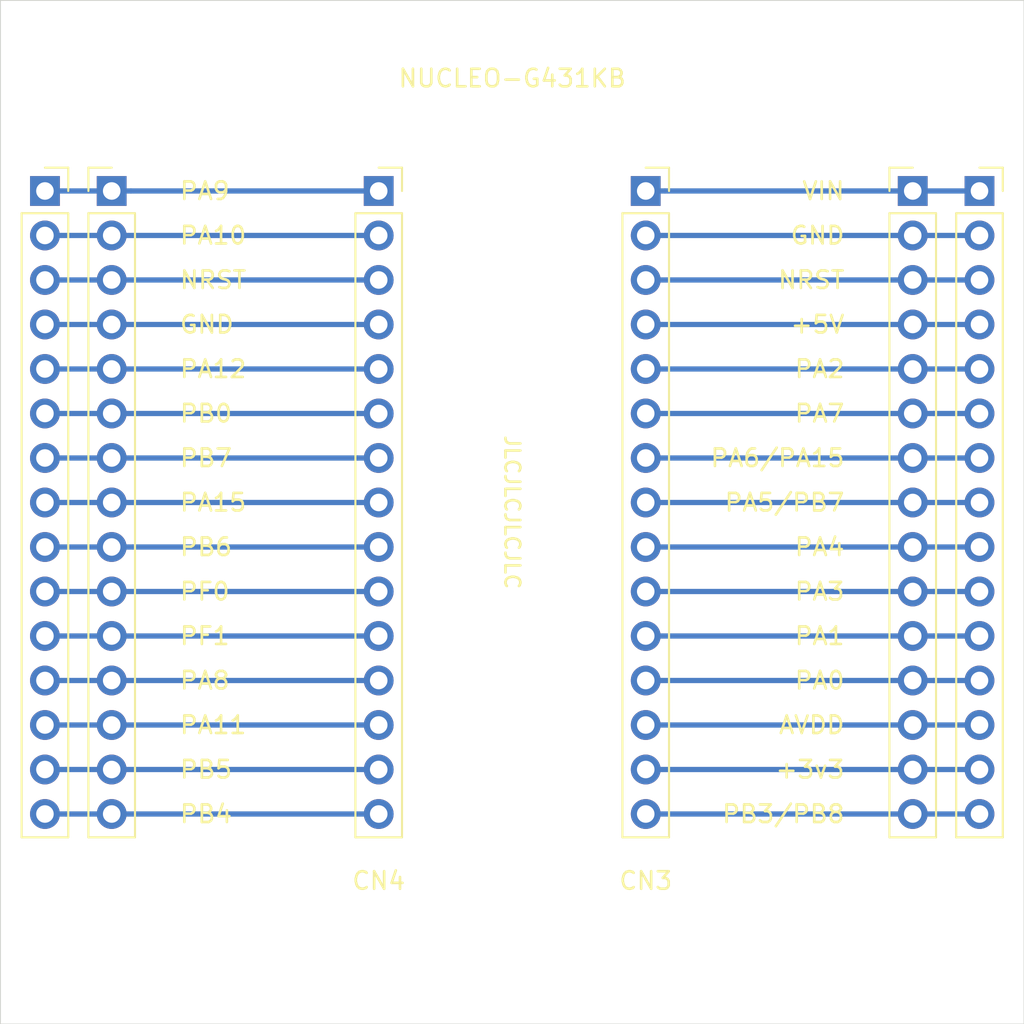
<source format=kicad_pcb>
(kicad_pcb (version 20171130) (host pcbnew 5.1.5+dfsg1-2build2)

  (general
    (thickness 1.6)
    (drawings 38)
    (tracks 74)
    (zones 0)
    (modules 10)
    (nets 31)
  )

  (page A4)
  (title_block
    (title nucleo-g431kb-breakout-board)
    (date 2020-05-03)
    (rev 1)
  )

  (layers
    (0 F.Cu signal)
    (31 B.Cu signal)
    (32 B.Adhes user)
    (33 F.Adhes user)
    (34 B.Paste user)
    (35 F.Paste user)
    (36 B.SilkS user)
    (37 F.SilkS user)
    (38 B.Mask user)
    (39 F.Mask user)
    (40 Dwgs.User user)
    (41 Cmts.User user)
    (42 Eco1.User user)
    (43 Eco2.User user)
    (44 Edge.Cuts user)
    (45 Margin user)
    (46 B.CrtYd user)
    (47 F.CrtYd user)
    (48 B.Fab user hide)
    (49 F.Fab user hide)
  )

  (setup
    (last_trace_width 0.300387)
    (trace_clearance 0.13)
    (zone_clearance 0.508)
    (zone_45_only no)
    (trace_min 0.127)
    (via_size 0.8)
    (via_drill 0.4)
    (via_min_size 0.4)
    (via_min_drill 0.3)
    (uvia_size 0.3)
    (uvia_drill 0.1)
    (uvias_allowed no)
    (uvia_min_size 0.2)
    (uvia_min_drill 0.1)
    (edge_width 0.05)
    (segment_width 0.2)
    (pcb_text_width 0.3)
    (pcb_text_size 1.5 1.5)
    (mod_edge_width 0.12)
    (mod_text_size 1 1)
    (mod_text_width 0.15)
    (pad_size 1.524 1.524)
    (pad_drill 0.762)
    (pad_to_mask_clearance 0.051)
    (solder_mask_min_width 0.25)
    (aux_axis_origin 0 0)
    (visible_elements FFFFFF7F)
    (pcbplotparams
      (layerselection 0x010fc_ffffffff)
      (usegerberextensions false)
      (usegerberattributes false)
      (usegerberadvancedattributes false)
      (creategerberjobfile false)
      (excludeedgelayer true)
      (linewidth 0.100000)
      (plotframeref false)
      (viasonmask false)
      (mode 1)
      (useauxorigin false)
      (hpglpennumber 1)
      (hpglpenspeed 20)
      (hpglpendiameter 15.000000)
      (psnegative false)
      (psa4output false)
      (plotreference true)
      (plotvalue true)
      (plotinvisibletext false)
      (padsonsilk false)
      (subtractmaskfromsilk false)
      (outputformat 1)
      (mirror false)
      (drillshape 1)
      (scaleselection 1)
      (outputdirectory ""))
  )

  (net 0 "")
  (net 1 CN4-1)
  (net 2 CN4-2)
  (net 3 CN4-3)
  (net 4 CN4-4)
  (net 5 CN4-5)
  (net 6 CN4-6)
  (net 7 CN4-7)
  (net 8 CN4-8)
  (net 9 CN4-9)
  (net 10 CN4-10)
  (net 11 CN4-11)
  (net 12 CN4-12)
  (net 13 CN4-13)
  (net 14 CN4-14)
  (net 15 CN4-15)
  (net 16 CN3-15)
  (net 17 CN3-14)
  (net 18 CN3-13)
  (net 19 CN3-12)
  (net 20 CN3-11)
  (net 21 CN3-10)
  (net 22 CN3-9)
  (net 23 CN3-8)
  (net 24 CN3-7)
  (net 25 CN3-6)
  (net 26 CN3-5)
  (net 27 CN3-4)
  (net 28 CN3-3)
  (net 29 CN3-2)
  (net 30 CN3-1)

  (net_class Default "This is the default net class."
    (clearance 0.13)
    (trace_width 0.300387)
    (via_dia 0.8)
    (via_drill 0.4)
    (uvia_dia 0.3)
    (uvia_drill 0.1)
    (add_net CN3-1)
    (add_net CN3-10)
    (add_net CN3-11)
    (add_net CN3-12)
    (add_net CN3-13)
    (add_net CN3-14)
    (add_net CN3-15)
    (add_net CN3-2)
    (add_net CN3-3)
    (add_net CN3-4)
    (add_net CN3-5)
    (add_net CN3-6)
    (add_net CN3-7)
    (add_net CN3-8)
    (add_net CN3-9)
    (add_net CN4-1)
    (add_net CN4-10)
    (add_net CN4-11)
    (add_net CN4-12)
    (add_net CN4-13)
    (add_net CN4-14)
    (add_net CN4-15)
    (add_net CN4-2)
    (add_net CN4-3)
    (add_net CN4-4)
    (add_net CN4-5)
    (add_net CN4-6)
    (add_net CN4-7)
    (add_net CN4-8)
    (add_net CN4-9)
  )

  (module MountingHole:MountingHole_2.7mm_M2.5 (layer F.Cu) (tedit 56D1B4CB) (tstamp 5EAF4181)
    (at 53.975 -53.975)
    (descr "Mounting Hole 2.7mm, no annular, M2.5")
    (tags "mounting hole 2.7mm no annular m2.5")
    (path /5EB1CB9A)
    (attr virtual)
    (fp_text reference H1 (at 0 -3.7) (layer F.SilkS) hide
      (effects (font (size 1 1) (thickness 0.15)))
    )
    (fp_text value MountingHole (at 0 3.7) (layer F.Fab)
      (effects (font (size 1 1) (thickness 0.15)))
    )
    (fp_text user %R (at 0.3 0) (layer F.Fab)
      (effects (font (size 1 1) (thickness 0.15)))
    )
    (fp_circle (center 0 0) (end 2.7 0) (layer Cmts.User) (width 0.15))
    (fp_circle (center 0 0) (end 2.95 0) (layer F.CrtYd) (width 0.05))
    (pad 1 np_thru_hole circle (at 0 0) (size 2.7 2.7) (drill 2.7) (layers *.Cu *.Mask))
  )

  (module MountingHole:MountingHole_2.7mm_M2.5 (layer F.Cu) (tedit 56D1B4CB) (tstamp 5EAF4189)
    (at 53.975 -4.445)
    (descr "Mounting Hole 2.7mm, no annular, M2.5")
    (tags "mounting hole 2.7mm no annular m2.5")
    (path /5EB1CE8F)
    (attr virtual)
    (fp_text reference H2 (at 0 -3.7) (layer F.SilkS) hide
      (effects (font (size 1 1) (thickness 0.15)))
    )
    (fp_text value MountingHole (at 0 3.7) (layer F.Fab)
      (effects (font (size 1 1) (thickness 0.15)))
    )
    (fp_circle (center 0 0) (end 2.95 0) (layer F.CrtYd) (width 0.05))
    (fp_circle (center 0 0) (end 2.7 0) (layer Cmts.User) (width 0.15))
    (fp_text user %R (at 0.3 0) (layer F.Fab)
      (effects (font (size 1 1) (thickness 0.15)))
    )
    (pad 1 np_thru_hole circle (at 0 0) (size 2.7 2.7) (drill 2.7) (layers *.Cu *.Mask))
  )

  (module MountingHole:MountingHole_2.7mm_M2.5 (layer F.Cu) (tedit 56D1B4CB) (tstamp 5EAF4191)
    (at 4.445 -4.445)
    (descr "Mounting Hole 2.7mm, no annular, M2.5")
    (tags "mounting hole 2.7mm no annular m2.5")
    (path /5EB1DA61)
    (attr virtual)
    (fp_text reference H3 (at 0 -3.7) (layer F.SilkS) hide
      (effects (font (size 1 1) (thickness 0.15)))
    )
    (fp_text value MountingHole (at 0 3.7) (layer F.Fab)
      (effects (font (size 1 1) (thickness 0.15)))
    )
    (fp_text user %R (at 0.3 0) (layer F.Fab)
      (effects (font (size 1 1) (thickness 0.15)))
    )
    (fp_circle (center 0 0) (end 2.7 0) (layer Cmts.User) (width 0.15))
    (fp_circle (center 0 0) (end 2.95 0) (layer F.CrtYd) (width 0.05))
    (pad 1 np_thru_hole circle (at 0 0) (size 2.7 2.7) (drill 2.7) (layers *.Cu *.Mask))
  )

  (module MountingHole:MountingHole_2.7mm_M2.5 (layer F.Cu) (tedit 56D1B4CB) (tstamp 5EAF4199)
    (at 4.445 -53.975)
    (descr "Mounting Hole 2.7mm, no annular, M2.5")
    (tags "mounting hole 2.7mm no annular m2.5")
    (path /5EB1DCA6)
    (attr virtual)
    (fp_text reference H4 (at 0 -3.7) (layer F.SilkS) hide
      (effects (font (size 1 1) (thickness 0.15)))
    )
    (fp_text value MountingHole (at 0 3.7) (layer F.Fab)
      (effects (font (size 1 1) (thickness 0.15)))
    )
    (fp_circle (center 0 0) (end 2.95 0) (layer F.CrtYd) (width 0.05))
    (fp_circle (center 0 0) (end 2.7 0) (layer Cmts.User) (width 0.15))
    (fp_text user %R (at 0.3 0) (layer F.Fab)
      (effects (font (size 1 1) (thickness 0.15)))
    )
    (pad 1 np_thru_hole circle (at 0 0) (size 2.7 2.7) (drill 2.7) (layers *.Cu *.Mask))
  )

  (module Connector_PinSocket_2.54mm:PinSocket_1x15_P2.54mm_Vertical (layer F.Cu) (tedit 5A19A41D) (tstamp 5EAF41BC)
    (at 2.54 -47.544999)
    (descr "Through hole straight socket strip, 1x15, 2.54mm pitch, single row (from Kicad 4.0.7), script generated")
    (tags "Through hole socket strip THT 1x15 2.54mm single row")
    (path /5EAEEB63)
    (fp_text reference J1 (at 0 -2.77) (layer F.SilkS) hide
      (effects (font (size 1 1) (thickness 0.15)))
    )
    (fp_text value Conn_01x15_Female (at 0 38.33) (layer F.Fab)
      (effects (font (size 1 1) (thickness 0.15)))
    )
    (fp_line (start -1.27 -1.27) (end 0.635 -1.27) (layer F.Fab) (width 0.1))
    (fp_line (start 0.635 -1.27) (end 1.27 -0.635) (layer F.Fab) (width 0.1))
    (fp_line (start 1.27 -0.635) (end 1.27 36.83) (layer F.Fab) (width 0.1))
    (fp_line (start 1.27 36.83) (end -1.27 36.83) (layer F.Fab) (width 0.1))
    (fp_line (start -1.27 36.83) (end -1.27 -1.27) (layer F.Fab) (width 0.1))
    (fp_line (start -1.33 1.27) (end 1.33 1.27) (layer F.SilkS) (width 0.12))
    (fp_line (start -1.33 1.27) (end -1.33 36.89) (layer F.SilkS) (width 0.12))
    (fp_line (start -1.33 36.89) (end 1.33 36.89) (layer F.SilkS) (width 0.12))
    (fp_line (start 1.33 1.27) (end 1.33 36.89) (layer F.SilkS) (width 0.12))
    (fp_line (start 1.33 -1.33) (end 1.33 0) (layer F.SilkS) (width 0.12))
    (fp_line (start 0 -1.33) (end 1.33 -1.33) (layer F.SilkS) (width 0.12))
    (fp_line (start -1.8 -1.8) (end 1.75 -1.8) (layer F.CrtYd) (width 0.05))
    (fp_line (start 1.75 -1.8) (end 1.75 37.3) (layer F.CrtYd) (width 0.05))
    (fp_line (start 1.75 37.3) (end -1.8 37.3) (layer F.CrtYd) (width 0.05))
    (fp_line (start -1.8 37.3) (end -1.8 -1.8) (layer F.CrtYd) (width 0.05))
    (fp_text user %R (at 0 17.78 90) (layer F.Fab)
      (effects (font (size 1 1) (thickness 0.15)))
    )
    (pad 1 thru_hole rect (at 0 0) (size 1.7 1.7) (drill 1) (layers *.Cu *.Mask)
      (net 1 CN4-1))
    (pad 2 thru_hole oval (at 0 2.54) (size 1.7 1.7) (drill 1) (layers *.Cu *.Mask)
      (net 2 CN4-2))
    (pad 3 thru_hole oval (at 0 5.08) (size 1.7 1.7) (drill 1) (layers *.Cu *.Mask)
      (net 3 CN4-3))
    (pad 4 thru_hole oval (at 0 7.62) (size 1.7 1.7) (drill 1) (layers *.Cu *.Mask)
      (net 4 CN4-4))
    (pad 5 thru_hole oval (at 0 10.16) (size 1.7 1.7) (drill 1) (layers *.Cu *.Mask)
      (net 5 CN4-5))
    (pad 6 thru_hole oval (at 0 12.7) (size 1.7 1.7) (drill 1) (layers *.Cu *.Mask)
      (net 6 CN4-6))
    (pad 7 thru_hole oval (at 0 15.24) (size 1.7 1.7) (drill 1) (layers *.Cu *.Mask)
      (net 7 CN4-7))
    (pad 8 thru_hole oval (at 0 17.78) (size 1.7 1.7) (drill 1) (layers *.Cu *.Mask)
      (net 8 CN4-8))
    (pad 9 thru_hole oval (at 0 20.32) (size 1.7 1.7) (drill 1) (layers *.Cu *.Mask)
      (net 9 CN4-9))
    (pad 10 thru_hole oval (at 0 22.86) (size 1.7 1.7) (drill 1) (layers *.Cu *.Mask)
      (net 10 CN4-10))
    (pad 11 thru_hole oval (at 0 25.4) (size 1.7 1.7) (drill 1) (layers *.Cu *.Mask)
      (net 11 CN4-11))
    (pad 12 thru_hole oval (at 0 27.94) (size 1.7 1.7) (drill 1) (layers *.Cu *.Mask)
      (net 12 CN4-12))
    (pad 13 thru_hole oval (at 0 30.48) (size 1.7 1.7) (drill 1) (layers *.Cu *.Mask)
      (net 13 CN4-13))
    (pad 14 thru_hole oval (at 0 33.02) (size 1.7 1.7) (drill 1) (layers *.Cu *.Mask)
      (net 14 CN4-14))
    (pad 15 thru_hole oval (at 0 35.56) (size 1.7 1.7) (drill 1) (layers *.Cu *.Mask)
      (net 15 CN4-15))
    (model ${KISYS3DMOD}/Connector_PinSocket_2.54mm.3dshapes/PinSocket_1x15_P2.54mm_Vertical.wrl
      (at (xyz 0 0 0))
      (scale (xyz 1 1 1))
      (rotate (xyz 0 0 0))
    )
  )

  (module Connector_PinHeader_2.54mm:PinHeader_1x15_P2.54mm_Vertical (layer F.Cu) (tedit 59FED5CC) (tstamp 5EAF41DF)
    (at 6.35 -47.544999)
    (descr "Through hole straight pin header, 1x15, 2.54mm pitch, single row")
    (tags "Through hole pin header THT 1x15 2.54mm single row")
    (path /5EAEF828)
    (fp_text reference J2 (at 0 -2.33) (layer F.SilkS) hide
      (effects (font (size 1 1) (thickness 0.15)))
    )
    (fp_text value Conn_01x15_Male (at 0 37.89) (layer F.Fab)
      (effects (font (size 1 1) (thickness 0.15)))
    )
    (fp_line (start -0.635 -1.27) (end 1.27 -1.27) (layer F.Fab) (width 0.1))
    (fp_line (start 1.27 -1.27) (end 1.27 36.83) (layer F.Fab) (width 0.1))
    (fp_line (start 1.27 36.83) (end -1.27 36.83) (layer F.Fab) (width 0.1))
    (fp_line (start -1.27 36.83) (end -1.27 -0.635) (layer F.Fab) (width 0.1))
    (fp_line (start -1.27 -0.635) (end -0.635 -1.27) (layer F.Fab) (width 0.1))
    (fp_line (start -1.33 36.89) (end 1.33 36.89) (layer F.SilkS) (width 0.12))
    (fp_line (start -1.33 1.27) (end -1.33 36.89) (layer F.SilkS) (width 0.12))
    (fp_line (start 1.33 1.27) (end 1.33 36.89) (layer F.SilkS) (width 0.12))
    (fp_line (start -1.33 1.27) (end 1.33 1.27) (layer F.SilkS) (width 0.12))
    (fp_line (start -1.33 0) (end -1.33 -1.33) (layer F.SilkS) (width 0.12))
    (fp_line (start -1.33 -1.33) (end 0 -1.33) (layer F.SilkS) (width 0.12))
    (fp_line (start -1.8 -1.8) (end -1.8 37.35) (layer F.CrtYd) (width 0.05))
    (fp_line (start -1.8 37.35) (end 1.8 37.35) (layer F.CrtYd) (width 0.05))
    (fp_line (start 1.8 37.35) (end 1.8 -1.8) (layer F.CrtYd) (width 0.05))
    (fp_line (start 1.8 -1.8) (end -1.8 -1.8) (layer F.CrtYd) (width 0.05))
    (fp_text user %R (at 0 17.78 90) (layer F.Fab)
      (effects (font (size 1 1) (thickness 0.15)))
    )
    (pad 1 thru_hole rect (at 0 0) (size 1.7 1.7) (drill 1) (layers *.Cu *.Mask)
      (net 1 CN4-1))
    (pad 2 thru_hole oval (at 0 2.54) (size 1.7 1.7) (drill 1) (layers *.Cu *.Mask)
      (net 2 CN4-2))
    (pad 3 thru_hole oval (at 0 5.08) (size 1.7 1.7) (drill 1) (layers *.Cu *.Mask)
      (net 3 CN4-3))
    (pad 4 thru_hole oval (at 0 7.62) (size 1.7 1.7) (drill 1) (layers *.Cu *.Mask)
      (net 4 CN4-4))
    (pad 5 thru_hole oval (at 0 10.16) (size 1.7 1.7) (drill 1) (layers *.Cu *.Mask)
      (net 5 CN4-5))
    (pad 6 thru_hole oval (at 0 12.7) (size 1.7 1.7) (drill 1) (layers *.Cu *.Mask)
      (net 6 CN4-6))
    (pad 7 thru_hole oval (at 0 15.24) (size 1.7 1.7) (drill 1) (layers *.Cu *.Mask)
      (net 7 CN4-7))
    (pad 8 thru_hole oval (at 0 17.78) (size 1.7 1.7) (drill 1) (layers *.Cu *.Mask)
      (net 8 CN4-8))
    (pad 9 thru_hole oval (at 0 20.32) (size 1.7 1.7) (drill 1) (layers *.Cu *.Mask)
      (net 9 CN4-9))
    (pad 10 thru_hole oval (at 0 22.86) (size 1.7 1.7) (drill 1) (layers *.Cu *.Mask)
      (net 10 CN4-10))
    (pad 11 thru_hole oval (at 0 25.4) (size 1.7 1.7) (drill 1) (layers *.Cu *.Mask)
      (net 11 CN4-11))
    (pad 12 thru_hole oval (at 0 27.94) (size 1.7 1.7) (drill 1) (layers *.Cu *.Mask)
      (net 12 CN4-12))
    (pad 13 thru_hole oval (at 0 30.48) (size 1.7 1.7) (drill 1) (layers *.Cu *.Mask)
      (net 13 CN4-13))
    (pad 14 thru_hole oval (at 0 33.02) (size 1.7 1.7) (drill 1) (layers *.Cu *.Mask)
      (net 14 CN4-14))
    (pad 15 thru_hole oval (at 0 35.56) (size 1.7 1.7) (drill 1) (layers *.Cu *.Mask)
      (net 15 CN4-15))
    (model ${KISYS3DMOD}/Connector_PinHeader_2.54mm.3dshapes/PinHeader_1x15_P2.54mm_Vertical.wrl
      (at (xyz 0 0 0))
      (scale (xyz 1 1 1))
      (rotate (xyz 0 0 0))
    )
  )

  (module Connector_PinSocket_2.54mm:PinSocket_1x15_P2.54mm_Vertical (layer F.Cu) (tedit 5A19A41D) (tstamp 5EAF4202)
    (at 21.59 -47.544999)
    (descr "Through hole straight socket strip, 1x15, 2.54mm pitch, single row (from Kicad 4.0.7), script generated")
    (tags "Through hole socket strip THT 1x15 2.54mm single row")
    (path /5EB09C52)
    (fp_text reference J3 (at 0 -2.77) (layer F.SilkS) hide
      (effects (font (size 1 1) (thickness 0.15)))
    )
    (fp_text value Conn_01x15_Female (at 0 38.33) (layer F.Fab)
      (effects (font (size 1 1) (thickness 0.15)))
    )
    (fp_line (start -1.27 -1.27) (end 0.635 -1.27) (layer F.Fab) (width 0.1))
    (fp_line (start 0.635 -1.27) (end 1.27 -0.635) (layer F.Fab) (width 0.1))
    (fp_line (start 1.27 -0.635) (end 1.27 36.83) (layer F.Fab) (width 0.1))
    (fp_line (start 1.27 36.83) (end -1.27 36.83) (layer F.Fab) (width 0.1))
    (fp_line (start -1.27 36.83) (end -1.27 -1.27) (layer F.Fab) (width 0.1))
    (fp_line (start -1.33 1.27) (end 1.33 1.27) (layer F.SilkS) (width 0.12))
    (fp_line (start -1.33 1.27) (end -1.33 36.89) (layer F.SilkS) (width 0.12))
    (fp_line (start -1.33 36.89) (end 1.33 36.89) (layer F.SilkS) (width 0.12))
    (fp_line (start 1.33 1.27) (end 1.33 36.89) (layer F.SilkS) (width 0.12))
    (fp_line (start 1.33 -1.33) (end 1.33 0) (layer F.SilkS) (width 0.12))
    (fp_line (start 0 -1.33) (end 1.33 -1.33) (layer F.SilkS) (width 0.12))
    (fp_line (start -1.8 -1.8) (end 1.75 -1.8) (layer F.CrtYd) (width 0.05))
    (fp_line (start 1.75 -1.8) (end 1.75 37.3) (layer F.CrtYd) (width 0.05))
    (fp_line (start 1.75 37.3) (end -1.8 37.3) (layer F.CrtYd) (width 0.05))
    (fp_line (start -1.8 37.3) (end -1.8 -1.8) (layer F.CrtYd) (width 0.05))
    (fp_text user %R (at 0 17.78 90) (layer F.Fab)
      (effects (font (size 1 1) (thickness 0.15)))
    )
    (pad 1 thru_hole rect (at 0 0) (size 1.7 1.7) (drill 1) (layers *.Cu *.Mask)
      (net 1 CN4-1))
    (pad 2 thru_hole oval (at 0 2.54) (size 1.7 1.7) (drill 1) (layers *.Cu *.Mask)
      (net 2 CN4-2))
    (pad 3 thru_hole oval (at 0 5.08) (size 1.7 1.7) (drill 1) (layers *.Cu *.Mask)
      (net 3 CN4-3))
    (pad 4 thru_hole oval (at 0 7.62) (size 1.7 1.7) (drill 1) (layers *.Cu *.Mask)
      (net 4 CN4-4))
    (pad 5 thru_hole oval (at 0 10.16) (size 1.7 1.7) (drill 1) (layers *.Cu *.Mask)
      (net 5 CN4-5))
    (pad 6 thru_hole oval (at 0 12.7) (size 1.7 1.7) (drill 1) (layers *.Cu *.Mask)
      (net 6 CN4-6))
    (pad 7 thru_hole oval (at 0 15.24) (size 1.7 1.7) (drill 1) (layers *.Cu *.Mask)
      (net 7 CN4-7))
    (pad 8 thru_hole oval (at 0 17.78) (size 1.7 1.7) (drill 1) (layers *.Cu *.Mask)
      (net 8 CN4-8))
    (pad 9 thru_hole oval (at 0 20.32) (size 1.7 1.7) (drill 1) (layers *.Cu *.Mask)
      (net 9 CN4-9))
    (pad 10 thru_hole oval (at 0 22.86) (size 1.7 1.7) (drill 1) (layers *.Cu *.Mask)
      (net 10 CN4-10))
    (pad 11 thru_hole oval (at 0 25.4) (size 1.7 1.7) (drill 1) (layers *.Cu *.Mask)
      (net 11 CN4-11))
    (pad 12 thru_hole oval (at 0 27.94) (size 1.7 1.7) (drill 1) (layers *.Cu *.Mask)
      (net 12 CN4-12))
    (pad 13 thru_hole oval (at 0 30.48) (size 1.7 1.7) (drill 1) (layers *.Cu *.Mask)
      (net 13 CN4-13))
    (pad 14 thru_hole oval (at 0 33.02) (size 1.7 1.7) (drill 1) (layers *.Cu *.Mask)
      (net 14 CN4-14))
    (pad 15 thru_hole oval (at 0 35.56) (size 1.7 1.7) (drill 1) (layers *.Cu *.Mask)
      (net 15 CN4-15))
    (model ${KISYS3DMOD}/Connector_PinSocket_2.54mm.3dshapes/PinSocket_1x15_P2.54mm_Vertical.wrl
      (at (xyz 0 0 0))
      (scale (xyz 1 1 1))
      (rotate (xyz 0 0 0))
    )
  )

  (module Connector_PinSocket_2.54mm:PinSocket_1x15_P2.54mm_Vertical (layer F.Cu) (tedit 5A19A41D) (tstamp 5EAF4225)
    (at 36.83 -47.544999)
    (descr "Through hole straight socket strip, 1x15, 2.54mm pitch, single row (from Kicad 4.0.7), script generated")
    (tags "Through hole socket strip THT 1x15 2.54mm single row")
    (path /5EAFA829)
    (fp_text reference J4 (at 0 -2.77) (layer F.SilkS) hide
      (effects (font (size 1 1) (thickness 0.15)))
    )
    (fp_text value Conn_01x15_Female (at 0 38.33) (layer F.Fab)
      (effects (font (size 1 1) (thickness 0.15)))
    )
    (fp_text user %R (at 0 17.78 90) (layer F.Fab)
      (effects (font (size 1 1) (thickness 0.15)))
    )
    (fp_line (start -1.8 37.3) (end -1.8 -1.8) (layer F.CrtYd) (width 0.05))
    (fp_line (start 1.75 37.3) (end -1.8 37.3) (layer F.CrtYd) (width 0.05))
    (fp_line (start 1.75 -1.8) (end 1.75 37.3) (layer F.CrtYd) (width 0.05))
    (fp_line (start -1.8 -1.8) (end 1.75 -1.8) (layer F.CrtYd) (width 0.05))
    (fp_line (start 0 -1.33) (end 1.33 -1.33) (layer F.SilkS) (width 0.12))
    (fp_line (start 1.33 -1.33) (end 1.33 0) (layer F.SilkS) (width 0.12))
    (fp_line (start 1.33 1.27) (end 1.33 36.89) (layer F.SilkS) (width 0.12))
    (fp_line (start -1.33 36.89) (end 1.33 36.89) (layer F.SilkS) (width 0.12))
    (fp_line (start -1.33 1.27) (end -1.33 36.89) (layer F.SilkS) (width 0.12))
    (fp_line (start -1.33 1.27) (end 1.33 1.27) (layer F.SilkS) (width 0.12))
    (fp_line (start -1.27 36.83) (end -1.27 -1.27) (layer F.Fab) (width 0.1))
    (fp_line (start 1.27 36.83) (end -1.27 36.83) (layer F.Fab) (width 0.1))
    (fp_line (start 1.27 -0.635) (end 1.27 36.83) (layer F.Fab) (width 0.1))
    (fp_line (start 0.635 -1.27) (end 1.27 -0.635) (layer F.Fab) (width 0.1))
    (fp_line (start -1.27 -1.27) (end 0.635 -1.27) (layer F.Fab) (width 0.1))
    (pad 15 thru_hole oval (at 0 35.56) (size 1.7 1.7) (drill 1) (layers *.Cu *.Mask)
      (net 16 CN3-15))
    (pad 14 thru_hole oval (at 0 33.02) (size 1.7 1.7) (drill 1) (layers *.Cu *.Mask)
      (net 17 CN3-14))
    (pad 13 thru_hole oval (at 0 30.48) (size 1.7 1.7) (drill 1) (layers *.Cu *.Mask)
      (net 18 CN3-13))
    (pad 12 thru_hole oval (at 0 27.94) (size 1.7 1.7) (drill 1) (layers *.Cu *.Mask)
      (net 19 CN3-12))
    (pad 11 thru_hole oval (at 0 25.4) (size 1.7 1.7) (drill 1) (layers *.Cu *.Mask)
      (net 20 CN3-11))
    (pad 10 thru_hole oval (at 0 22.86) (size 1.7 1.7) (drill 1) (layers *.Cu *.Mask)
      (net 21 CN3-10))
    (pad 9 thru_hole oval (at 0 20.32) (size 1.7 1.7) (drill 1) (layers *.Cu *.Mask)
      (net 22 CN3-9))
    (pad 8 thru_hole oval (at 0 17.78) (size 1.7 1.7) (drill 1) (layers *.Cu *.Mask)
      (net 23 CN3-8))
    (pad 7 thru_hole oval (at 0 15.24) (size 1.7 1.7) (drill 1) (layers *.Cu *.Mask)
      (net 24 CN3-7))
    (pad 6 thru_hole oval (at 0 12.7) (size 1.7 1.7) (drill 1) (layers *.Cu *.Mask)
      (net 25 CN3-6))
    (pad 5 thru_hole oval (at 0 10.16) (size 1.7 1.7) (drill 1) (layers *.Cu *.Mask)
      (net 26 CN3-5))
    (pad 4 thru_hole oval (at 0 7.62) (size 1.7 1.7) (drill 1) (layers *.Cu *.Mask)
      (net 27 CN3-4))
    (pad 3 thru_hole oval (at 0 5.08) (size 1.7 1.7) (drill 1) (layers *.Cu *.Mask)
      (net 28 CN3-3))
    (pad 2 thru_hole oval (at 0 2.54) (size 1.7 1.7) (drill 1) (layers *.Cu *.Mask)
      (net 29 CN3-2))
    (pad 1 thru_hole rect (at 0 0) (size 1.7 1.7) (drill 1) (layers *.Cu *.Mask)
      (net 30 CN3-1))
    (model ${KISYS3DMOD}/Connector_PinSocket_2.54mm.3dshapes/PinSocket_1x15_P2.54mm_Vertical.wrl
      (at (xyz 0 0 0))
      (scale (xyz 1 1 1))
      (rotate (xyz 0 0 0))
    )
  )

  (module Connector_PinHeader_2.54mm:PinHeader_1x15_P2.54mm_Vertical (layer F.Cu) (tedit 59FED5CC) (tstamp 5EAF4248)
    (at 52.07 -47.544999)
    (descr "Through hole straight pin header, 1x15, 2.54mm pitch, single row")
    (tags "Through hole pin header THT 1x15 2.54mm single row")
    (path /5EB0E009)
    (fp_text reference J5 (at 0 -2.33) (layer F.SilkS) hide
      (effects (font (size 1 1) (thickness 0.15)))
    )
    (fp_text value Conn_01x15_Male (at 0 37.89) (layer F.Fab)
      (effects (font (size 1 1) (thickness 0.15)))
    )
    (fp_text user %R (at 0 17.78 90) (layer F.Fab)
      (effects (font (size 1 1) (thickness 0.15)))
    )
    (fp_line (start 1.8 -1.8) (end -1.8 -1.8) (layer F.CrtYd) (width 0.05))
    (fp_line (start 1.8 37.35) (end 1.8 -1.8) (layer F.CrtYd) (width 0.05))
    (fp_line (start -1.8 37.35) (end 1.8 37.35) (layer F.CrtYd) (width 0.05))
    (fp_line (start -1.8 -1.8) (end -1.8 37.35) (layer F.CrtYd) (width 0.05))
    (fp_line (start -1.33 -1.33) (end 0 -1.33) (layer F.SilkS) (width 0.12))
    (fp_line (start -1.33 0) (end -1.33 -1.33) (layer F.SilkS) (width 0.12))
    (fp_line (start -1.33 1.27) (end 1.33 1.27) (layer F.SilkS) (width 0.12))
    (fp_line (start 1.33 1.27) (end 1.33 36.89) (layer F.SilkS) (width 0.12))
    (fp_line (start -1.33 1.27) (end -1.33 36.89) (layer F.SilkS) (width 0.12))
    (fp_line (start -1.33 36.89) (end 1.33 36.89) (layer F.SilkS) (width 0.12))
    (fp_line (start -1.27 -0.635) (end -0.635 -1.27) (layer F.Fab) (width 0.1))
    (fp_line (start -1.27 36.83) (end -1.27 -0.635) (layer F.Fab) (width 0.1))
    (fp_line (start 1.27 36.83) (end -1.27 36.83) (layer F.Fab) (width 0.1))
    (fp_line (start 1.27 -1.27) (end 1.27 36.83) (layer F.Fab) (width 0.1))
    (fp_line (start -0.635 -1.27) (end 1.27 -1.27) (layer F.Fab) (width 0.1))
    (pad 15 thru_hole oval (at 0 35.56) (size 1.7 1.7) (drill 1) (layers *.Cu *.Mask)
      (net 16 CN3-15))
    (pad 14 thru_hole oval (at 0 33.02) (size 1.7 1.7) (drill 1) (layers *.Cu *.Mask)
      (net 17 CN3-14))
    (pad 13 thru_hole oval (at 0 30.48) (size 1.7 1.7) (drill 1) (layers *.Cu *.Mask)
      (net 18 CN3-13))
    (pad 12 thru_hole oval (at 0 27.94) (size 1.7 1.7) (drill 1) (layers *.Cu *.Mask)
      (net 19 CN3-12))
    (pad 11 thru_hole oval (at 0 25.4) (size 1.7 1.7) (drill 1) (layers *.Cu *.Mask)
      (net 20 CN3-11))
    (pad 10 thru_hole oval (at 0 22.86) (size 1.7 1.7) (drill 1) (layers *.Cu *.Mask)
      (net 21 CN3-10))
    (pad 9 thru_hole oval (at 0 20.32) (size 1.7 1.7) (drill 1) (layers *.Cu *.Mask)
      (net 22 CN3-9))
    (pad 8 thru_hole oval (at 0 17.78) (size 1.7 1.7) (drill 1) (layers *.Cu *.Mask)
      (net 23 CN3-8))
    (pad 7 thru_hole oval (at 0 15.24) (size 1.7 1.7) (drill 1) (layers *.Cu *.Mask)
      (net 24 CN3-7))
    (pad 6 thru_hole oval (at 0 12.7) (size 1.7 1.7) (drill 1) (layers *.Cu *.Mask)
      (net 25 CN3-6))
    (pad 5 thru_hole oval (at 0 10.16) (size 1.7 1.7) (drill 1) (layers *.Cu *.Mask)
      (net 26 CN3-5))
    (pad 4 thru_hole oval (at 0 7.62) (size 1.7 1.7) (drill 1) (layers *.Cu *.Mask)
      (net 27 CN3-4))
    (pad 3 thru_hole oval (at 0 5.08) (size 1.7 1.7) (drill 1) (layers *.Cu *.Mask)
      (net 28 CN3-3))
    (pad 2 thru_hole oval (at 0 2.54) (size 1.7 1.7) (drill 1) (layers *.Cu *.Mask)
      (net 29 CN3-2))
    (pad 1 thru_hole rect (at 0 0) (size 1.7 1.7) (drill 1) (layers *.Cu *.Mask)
      (net 30 CN3-1))
    (model ${KISYS3DMOD}/Connector_PinHeader_2.54mm.3dshapes/PinHeader_1x15_P2.54mm_Vertical.wrl
      (at (xyz 0 0 0))
      (scale (xyz 1 1 1))
      (rotate (xyz 0 0 0))
    )
  )

  (module Connector_PinSocket_2.54mm:PinSocket_1x15_P2.54mm_Vertical (layer F.Cu) (tedit 5A19A41D) (tstamp 5EAF426B)
    (at 55.88 -47.544999)
    (descr "Through hole straight socket strip, 1x15, 2.54mm pitch, single row (from Kicad 4.0.7), script generated")
    (tags "Through hole socket strip THT 1x15 2.54mm single row")
    (path /5EB0F46A)
    (fp_text reference J6 (at 0 -2.77) (layer F.SilkS) hide
      (effects (font (size 1 1) (thickness 0.15)))
    )
    (fp_text value Conn_01x15_Female (at 0 38.33) (layer F.Fab)
      (effects (font (size 1 1) (thickness 0.15)))
    )
    (fp_text user %R (at 0 17.78 90) (layer F.Fab)
      (effects (font (size 1 1) (thickness 0.15)))
    )
    (fp_line (start -1.8 37.3) (end -1.8 -1.8) (layer F.CrtYd) (width 0.05))
    (fp_line (start 1.75 37.3) (end -1.8 37.3) (layer F.CrtYd) (width 0.05))
    (fp_line (start 1.75 -1.8) (end 1.75 37.3) (layer F.CrtYd) (width 0.05))
    (fp_line (start -1.8 -1.8) (end 1.75 -1.8) (layer F.CrtYd) (width 0.05))
    (fp_line (start 0 -1.33) (end 1.33 -1.33) (layer F.SilkS) (width 0.12))
    (fp_line (start 1.33 -1.33) (end 1.33 0) (layer F.SilkS) (width 0.12))
    (fp_line (start 1.33 1.27) (end 1.33 36.89) (layer F.SilkS) (width 0.12))
    (fp_line (start -1.33 36.89) (end 1.33 36.89) (layer F.SilkS) (width 0.12))
    (fp_line (start -1.33 1.27) (end -1.33 36.89) (layer F.SilkS) (width 0.12))
    (fp_line (start -1.33 1.27) (end 1.33 1.27) (layer F.SilkS) (width 0.12))
    (fp_line (start -1.27 36.83) (end -1.27 -1.27) (layer F.Fab) (width 0.1))
    (fp_line (start 1.27 36.83) (end -1.27 36.83) (layer F.Fab) (width 0.1))
    (fp_line (start 1.27 -0.635) (end 1.27 36.83) (layer F.Fab) (width 0.1))
    (fp_line (start 0.635 -1.27) (end 1.27 -0.635) (layer F.Fab) (width 0.1))
    (fp_line (start -1.27 -1.27) (end 0.635 -1.27) (layer F.Fab) (width 0.1))
    (pad 15 thru_hole oval (at 0 35.56) (size 1.7 1.7) (drill 1) (layers *.Cu *.Mask)
      (net 16 CN3-15))
    (pad 14 thru_hole oval (at 0 33.02) (size 1.7 1.7) (drill 1) (layers *.Cu *.Mask)
      (net 17 CN3-14))
    (pad 13 thru_hole oval (at 0 30.48) (size 1.7 1.7) (drill 1) (layers *.Cu *.Mask)
      (net 18 CN3-13))
    (pad 12 thru_hole oval (at 0 27.94) (size 1.7 1.7) (drill 1) (layers *.Cu *.Mask)
      (net 19 CN3-12))
    (pad 11 thru_hole oval (at 0 25.4) (size 1.7 1.7) (drill 1) (layers *.Cu *.Mask)
      (net 20 CN3-11))
    (pad 10 thru_hole oval (at 0 22.86) (size 1.7 1.7) (drill 1) (layers *.Cu *.Mask)
      (net 21 CN3-10))
    (pad 9 thru_hole oval (at 0 20.32) (size 1.7 1.7) (drill 1) (layers *.Cu *.Mask)
      (net 22 CN3-9))
    (pad 8 thru_hole oval (at 0 17.78) (size 1.7 1.7) (drill 1) (layers *.Cu *.Mask)
      (net 23 CN3-8))
    (pad 7 thru_hole oval (at 0 15.24) (size 1.7 1.7) (drill 1) (layers *.Cu *.Mask)
      (net 24 CN3-7))
    (pad 6 thru_hole oval (at 0 12.7) (size 1.7 1.7) (drill 1) (layers *.Cu *.Mask)
      (net 25 CN3-6))
    (pad 5 thru_hole oval (at 0 10.16) (size 1.7 1.7) (drill 1) (layers *.Cu *.Mask)
      (net 26 CN3-5))
    (pad 4 thru_hole oval (at 0 7.62) (size 1.7 1.7) (drill 1) (layers *.Cu *.Mask)
      (net 27 CN3-4))
    (pad 3 thru_hole oval (at 0 5.08) (size 1.7 1.7) (drill 1) (layers *.Cu *.Mask)
      (net 28 CN3-3))
    (pad 2 thru_hole oval (at 0 2.54) (size 1.7 1.7) (drill 1) (layers *.Cu *.Mask)
      (net 29 CN3-2))
    (pad 1 thru_hole rect (at 0 0) (size 1.7 1.7) (drill 1) (layers *.Cu *.Mask)
      (net 30 CN3-1))
    (model ${KISYS3DMOD}/Connector_PinSocket_2.54mm.3dshapes/PinSocket_1x15_P2.54mm_Vertical.wrl
      (at (xyz 0 0 0))
      (scale (xyz 1 1 1))
      (rotate (xyz 0 0 0))
    )
  )

  (gr_text JLCJLCJLCJLC (at 29.21 -29.21 270) (layer F.SilkS)
    (effects (font (size 0.85 0.85) (thickness 0.15)))
  )
  (gr_text NUCLEO-G431KB (at 29.21 -53.975) (layer F.SilkS)
    (effects (font (size 1 1) (thickness 0.15)))
  )
  (gr_text CN3 (at 36.83 -8.174999) (layer F.SilkS)
    (effects (font (size 1 1) (thickness 0.15)))
  )
  (gr_text CN4 (at 21.59 -8.174999) (layer F.SilkS)
    (effects (font (size 1 1) (thickness 0.15)))
  )
  (gr_text PA8 (at 10.16 -19.604999) (layer F.SilkS) (tstamp 5EAF5943)
    (effects (font (size 1 1) (thickness 0.15)) (justify left))
  )
  (gr_text PA11 (at 10.16 -17.064999) (layer F.SilkS) (tstamp 5EAF5942)
    (effects (font (size 1 1) (thickness 0.15)) (justify left))
  )
  (gr_text PF1 (at 10.16 -22.144999) (layer F.SilkS) (tstamp 5EAF5941)
    (effects (font (size 1 1) (thickness 0.15)) (justify left))
  )
  (gr_text PB4 (at 10.16 -11.984999) (layer F.SilkS) (tstamp 5EAF5940)
    (effects (font (size 1 1) (thickness 0.15)) (justify left))
  )
  (gr_text PB5 (at 10.16 -14.524999) (layer F.SilkS) (tstamp 5EAF593F)
    (effects (font (size 1 1) (thickness 0.15)) (justify left))
  )
  (gr_text PB7 (at 10.16 -32.304999) (layer F.SilkS) (tstamp 5EAF5943)
    (effects (font (size 1 1) (thickness 0.15)) (justify left))
  )
  (gr_text PA15 (at 10.16 -29.764999) (layer F.SilkS) (tstamp 5EAF5942)
    (effects (font (size 1 1) (thickness 0.15)) (justify left))
  )
  (gr_text PB0 (at 10.16 -34.844999) (layer F.SilkS) (tstamp 5EAF5941)
    (effects (font (size 1 1) (thickness 0.15)) (justify left))
  )
  (gr_text PF0 (at 10.16 -24.684999) (layer F.SilkS) (tstamp 5EAF5940)
    (effects (font (size 1 1) (thickness 0.15)) (justify left))
  )
  (gr_text PB6 (at 10.16 -27.224999) (layer F.SilkS) (tstamp 5EAF593F)
    (effects (font (size 1 1) (thickness 0.15)) (justify left))
  )
  (gr_text PA10 (at 10.16 -45.004999) (layer F.SilkS) (tstamp 5EAF5943)
    (effects (font (size 1 1) (thickness 0.15)) (justify left))
  )
  (gr_text NRST (at 10.16 -42.464999) (layer F.SilkS) (tstamp 5EAF5942)
    (effects (font (size 1 1) (thickness 0.15)) (justify left))
  )
  (gr_text PA9 (at 10.16 -47.544999) (layer F.SilkS) (tstamp 5EAF5941)
    (effects (font (size 1 1) (thickness 0.15)) (justify left))
  )
  (gr_text PA12 (at 10.16 -37.384999) (layer F.SilkS) (tstamp 5EAF5940)
    (effects (font (size 1 1) (thickness 0.15)) (justify left))
  )
  (gr_text GND (at 10.16 -39.924999) (layer F.SilkS) (tstamp 5EAF593F)
    (effects (font (size 1 1) (thickness 0.15)) (justify left))
  )
  (gr_text PA0 (at 48.26 -19.604999) (layer F.SilkS) (tstamp 5EAF5943)
    (effects (font (size 1 1) (thickness 0.15)) (justify right))
  )
  (gr_text AVDD (at 48.26 -17.064999) (layer F.SilkS) (tstamp 5EAF5942)
    (effects (font (size 1 1) (thickness 0.15)) (justify right))
  )
  (gr_text PA1 (at 48.26 -22.144999) (layer F.SilkS) (tstamp 5EAF5941)
    (effects (font (size 1 1) (thickness 0.15)) (justify right))
  )
  (gr_text PB3/PB8 (at 48.26 -11.984999) (layer F.SilkS) (tstamp 5EAF5940)
    (effects (font (size 1 1) (thickness 0.15)) (justify right))
  )
  (gr_text +3v3 (at 48.26 -14.524999) (layer F.SilkS) (tstamp 5EAF593F)
    (effects (font (size 1 1) (thickness 0.15)) (justify right))
  )
  (gr_text PA6/PA15 (at 48.26 -32.304999) (layer F.SilkS) (tstamp 5EAF5943)
    (effects (font (size 1 1) (thickness 0.15)) (justify right))
  )
  (gr_text PA5/PB7 (at 48.26 -29.764999) (layer F.SilkS) (tstamp 5EAF5942)
    (effects (font (size 1 1) (thickness 0.15)) (justify right))
  )
  (gr_text PA7 (at 48.26 -34.844999) (layer F.SilkS) (tstamp 5EAF5941)
    (effects (font (size 1 1) (thickness 0.15)) (justify right))
  )
  (gr_text PA3 (at 48.26 -24.684999) (layer F.SilkS) (tstamp 5EAF5940)
    (effects (font (size 1 1) (thickness 0.15)) (justify right))
  )
  (gr_text PA4 (at 48.26 -27.224999) (layer F.SilkS) (tstamp 5EAF593F)
    (effects (font (size 1 1) (thickness 0.15)) (justify right))
  )
  (gr_text PA2 (at 48.26 -37.384999) (layer F.SilkS)
    (effects (font (size 1 1) (thickness 0.15)) (justify right))
  )
  (gr_text +5V (at 48.26 -39.924999) (layer F.SilkS)
    (effects (font (size 1 1) (thickness 0.15)) (justify right))
  )
  (gr_text NRST (at 48.26 -42.464999) (layer F.SilkS)
    (effects (font (size 1 1) (thickness 0.15)) (justify right))
  )
  (gr_text GND (at 48.26 -45.004999) (layer F.SilkS)
    (effects (font (size 1 1) (thickness 0.15)) (justify right))
  )
  (gr_text VIN (at 48.26 -47.544999) (layer F.SilkS)
    (effects (font (size 1 1) (thickness 0.15)) (justify right))
  )
  (gr_line (start 58.42 0) (end 58.42 -58.42) (layer Edge.Cuts) (width 0.05))
  (gr_line (start 0 0) (end 0 -58.42) (layer Edge.Cuts) (width 0.05))
  (gr_line (start 0 -58.42) (end 58.42 -58.42) (layer Edge.Cuts) (width 0.05))
  (gr_line (start 0 0) (end 58.42 0) (layer Edge.Cuts) (width 0.05))

  (segment (start 2.54 -47.544999) (end 6.35 -47.544999) (width 0.300387) (layer B.Cu) (net 1))
  (segment (start 7.45 -47.544999) (end 21.59 -47.544999) (width 0.300387) (layer B.Cu) (net 1))
  (segment (start 6.35 -47.544999) (end 7.45 -47.544999) (width 0.300387) (layer B.Cu) (net 1))
  (segment (start 2.54 -45.004999) (end 6.35 -45.004999) (width 0.300387) (layer B.Cu) (net 2))
  (segment (start 21.59 -45.004999) (end 6.35 -45.004999) (width 0.300387) (layer B.Cu) (net 2))
  (segment (start 2.54 -42.464999) (end 6.35 -42.464999) (width 0.300387) (layer B.Cu) (net 3))
  (segment (start 21.59 -42.464999) (end 6.35 -42.464999) (width 0.300387) (layer B.Cu) (net 3))
  (segment (start 5.147919 -39.924999) (end 2.54 -39.924999) (width 0.300387) (layer B.Cu) (net 4))
  (segment (start 6.35 -39.924999) (end 5.147919 -39.924999) (width 0.300387) (layer B.Cu) (net 4))
  (segment (start 20.387919 -39.924999) (end 6.35 -39.924999) (width 0.300387) (layer B.Cu) (net 4))
  (segment (start 21.59 -39.924999) (end 20.387919 -39.924999) (width 0.300387) (layer B.Cu) (net 4))
  (segment (start 2.54 -37.384999) (end 6.35 -37.384999) (width 0.300387) (layer B.Cu) (net 5))
  (segment (start 21.59 -37.384999) (end 6.35 -37.384999) (width 0.300387) (layer B.Cu) (net 5))
  (segment (start 6.35 -34.844999) (end 2.54 -34.844999) (width 0.300387) (layer B.Cu) (net 6))
  (segment (start 20.387919 -34.844999) (end 6.35 -34.844999) (width 0.300387) (layer B.Cu) (net 6))
  (segment (start 21.59 -34.844999) (end 20.387919 -34.844999) (width 0.300387) (layer B.Cu) (net 6))
  (segment (start 2.54 -32.304999) (end 6.35 -32.304999) (width 0.300387) (layer B.Cu) (net 7))
  (segment (start 20.387919 -32.304999) (end 6.35 -32.304999) (width 0.300387) (layer B.Cu) (net 7))
  (segment (start 21.59 -32.304999) (end 20.387919 -32.304999) (width 0.300387) (layer B.Cu) (net 7))
  (segment (start 2.54 -29.764999) (end 6.35 -29.764999) (width 0.300387) (layer B.Cu) (net 8))
  (segment (start 21.59 -29.764999) (end 6.35 -29.764999) (width 0.300387) (layer B.Cu) (net 8))
  (segment (start 2.54 -27.224999) (end 6.35 -27.224999) (width 0.300387) (layer B.Cu) (net 9))
  (segment (start 7.552081 -27.224999) (end 21.59 -27.224999) (width 0.300387) (layer B.Cu) (net 9))
  (segment (start 6.35 -27.224999) (end 7.552081 -27.224999) (width 0.300387) (layer B.Cu) (net 9))
  (segment (start 2.54 -24.684999) (end 6.35 -24.684999) (width 0.300387) (layer B.Cu) (net 10))
  (segment (start 21.59 -24.684999) (end 6.35 -24.684999) (width 0.300387) (layer B.Cu) (net 10))
  (segment (start 2.54 -22.144999) (end 6.35 -22.144999) (width 0.300387) (layer B.Cu) (net 11))
  (segment (start 21.59 -22.144999) (end 6.35 -22.144999) (width 0.300387) (layer B.Cu) (net 11))
  (segment (start 2.54 -19.604999) (end 6.35 -19.604999) (width 0.300387) (layer B.Cu) (net 12))
  (segment (start 21.59 -19.604999) (end 6.35 -19.604999) (width 0.300387) (layer B.Cu) (net 12))
  (segment (start 3.742081 -17.064999) (end 6.35 -17.064999) (width 0.300387) (layer B.Cu) (net 13))
  (segment (start 2.54 -17.064999) (end 3.742081 -17.064999) (width 0.300387) (layer B.Cu) (net 13))
  (segment (start 21.59 -17.064999) (end 6.35 -17.064999) (width 0.300387) (layer B.Cu) (net 13))
  (segment (start 3.742081 -14.524999) (end 6.35 -14.524999) (width 0.300387) (layer B.Cu) (net 14))
  (segment (start 2.54 -14.524999) (end 3.742081 -14.524999) (width 0.300387) (layer B.Cu) (net 14))
  (segment (start 21.59 -14.524999) (end 6.35 -14.524999) (width 0.300387) (layer B.Cu) (net 14))
  (segment (start 3.742081 -11.984999) (end 6.35 -11.984999) (width 0.300387) (layer B.Cu) (net 15))
  (segment (start 2.54 -11.984999) (end 3.742081 -11.984999) (width 0.300387) (layer B.Cu) (net 15))
  (segment (start 21.59 -11.984999) (end 6.35 -11.984999) (width 0.300387) (layer B.Cu) (net 15))
  (segment (start 52.07 -11.984999) (end 55.88 -11.984999) (width 0.300387) (layer B.Cu) (net 16))
  (segment (start 36.83 -11.984999) (end 52.07 -11.984999) (width 0.300387) (layer B.Cu) (net 16))
  (segment (start 52.07 -14.524999) (end 55.88 -14.524999) (width 0.300387) (layer B.Cu) (net 17))
  (segment (start 36.83 -14.524999) (end 52.07 -14.524999) (width 0.300387) (layer B.Cu) (net 17))
  (segment (start 52.07 -17.064999) (end 55.88 -17.064999) (width 0.300387) (layer B.Cu) (net 18))
  (segment (start 36.83 -17.064999) (end 52.07 -17.064999) (width 0.300387) (layer B.Cu) (net 18))
  (segment (start 53.272081 -19.604999) (end 55.88 -19.604999) (width 0.300387) (layer B.Cu) (net 19))
  (segment (start 52.07 -19.604999) (end 53.272081 -19.604999) (width 0.300387) (layer B.Cu) (net 19))
  (segment (start 52.07 -19.604999) (end 36.83 -19.604999) (width 0.300387) (layer B.Cu) (net 19))
  (segment (start 53.272081 -22.144999) (end 55.88 -22.144999) (width 0.300387) (layer B.Cu) (net 20))
  (segment (start 52.07 -22.144999) (end 53.272081 -22.144999) (width 0.300387) (layer B.Cu) (net 20))
  (segment (start 36.83 -22.144999) (end 52.07 -22.144999) (width 0.300387) (layer B.Cu) (net 20))
  (segment (start 53.272081 -24.684999) (end 55.88 -24.684999) (width 0.300387) (layer B.Cu) (net 21))
  (segment (start 52.07 -24.684999) (end 53.272081 -24.684999) (width 0.300387) (layer B.Cu) (net 21))
  (segment (start 52.07 -24.684999) (end 36.83 -24.684999) (width 0.300387) (layer B.Cu) (net 21))
  (segment (start 52.07 -27.224999) (end 55.88 -27.224999) (width 0.300387) (layer B.Cu) (net 22))
  (segment (start 36.83 -27.224999) (end 52.07 -27.224999) (width 0.300387) (layer B.Cu) (net 22))
  (segment (start 52.07 -29.764999) (end 55.88 -29.764999) (width 0.300387) (layer B.Cu) (net 23))
  (segment (start 52.07 -29.764999) (end 36.83 -29.764999) (width 0.300387) (layer B.Cu) (net 23))
  (segment (start 52.07 -32.304999) (end 55.88 -32.304999) (width 0.300387) (layer B.Cu) (net 24))
  (segment (start 36.83 -32.304999) (end 52.07 -32.304999) (width 0.300387) (layer B.Cu) (net 24))
  (segment (start 53.272081 -34.844999) (end 55.88 -34.844999) (width 0.300387) (layer B.Cu) (net 25))
  (segment (start 52.07 -34.844999) (end 53.272081 -34.844999) (width 0.300387) (layer B.Cu) (net 25))
  (segment (start 52.07 -34.844999) (end 36.83 -34.844999) (width 0.300387) (layer B.Cu) (net 25))
  (segment (start 52.07 -37.384999) (end 55.88 -37.384999) (width 0.300387) (layer B.Cu) (net 26))
  (segment (start 36.83 -37.384999) (end 52.07 -37.384999) (width 0.300387) (layer B.Cu) (net 26))
  (segment (start 52.07 -39.924999) (end 55.88 -39.924999) (width 0.300387) (layer B.Cu) (net 27))
  (segment (start 52.07 -39.924999) (end 36.83 -39.924999) (width 0.300387) (layer B.Cu) (net 27))
  (segment (start 52.07 -42.464999) (end 55.88 -42.464999) (width 0.300387) (layer B.Cu) (net 28))
  (segment (start 36.83 -42.464999) (end 52.07 -42.464999) (width 0.300387) (layer B.Cu) (net 28))
  (segment (start 52.07 -45.004999) (end 55.88 -45.004999) (width 0.300387) (layer B.Cu) (net 29))
  (segment (start 52.07 -45.004999) (end 36.83 -45.004999) (width 0.300387) (layer B.Cu) (net 29))
  (segment (start 52.07 -47.544999) (end 55.88 -47.544999) (width 0.300387) (layer B.Cu) (net 30))
  (segment (start 37.93 -47.544999) (end 52.07 -47.544999) (width 0.300387) (layer B.Cu) (net 30))
  (segment (start 36.83 -47.544999) (end 37.93 -47.544999) (width 0.300387) (layer B.Cu) (net 30))

)

</source>
